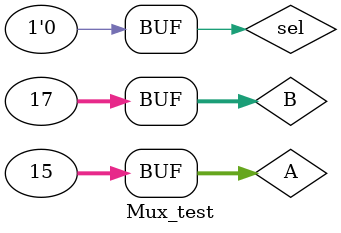
<source format=v>
`timescale 1ns / 1ps


module Mux_test;

	// Inputs
	reg [31:0] A;
	reg [31:0] B;
	reg sel;

	// Outputs
	wire [31:0] OUT;

	// Instantiate the Unit Under Test (UUT)
	Mux1 uut (
		.A(A), 
		.B(B), 
		.sel(sel), 
		.OUT(OUT)
	);

	initial begin
		// Initialize Inputs
		A = 5;
		B = 17;
		sel = 0;

		// Wait 100 ns for global reset to finish
		#100;
		
		sel=1;
		
		#10 sel=0;
		
		#10 A=15;
        
		// Add stimulus here

	end
      
endmodule


</source>
